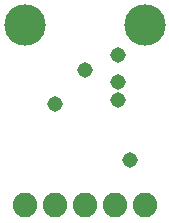
<source format=gbr>
G04 EAGLE Gerber RS-274X export*
G75*
%MOMM*%
%FSLAX34Y34*%
%LPD*%
%INSoldermask Bottom*%
%IPPOS*%
%AMOC8*
5,1,8,0,0,1.08239X$1,22.5*%
G01*
%ADD10C,2.082800*%
%ADD11C,3.505200*%
%ADD12C,1.311200*%


D10*
X127000Y12700D03*
X101600Y12700D03*
X76200Y12700D03*
X50800Y12700D03*
X25400Y12700D03*
D11*
X25400Y165100D03*
X127000Y165100D03*
D12*
X104775Y139700D03*
X50800Y98425D03*
X114300Y50800D03*
X104775Y101600D03*
X76200Y127000D03*
X104775Y117475D03*
M02*

</source>
